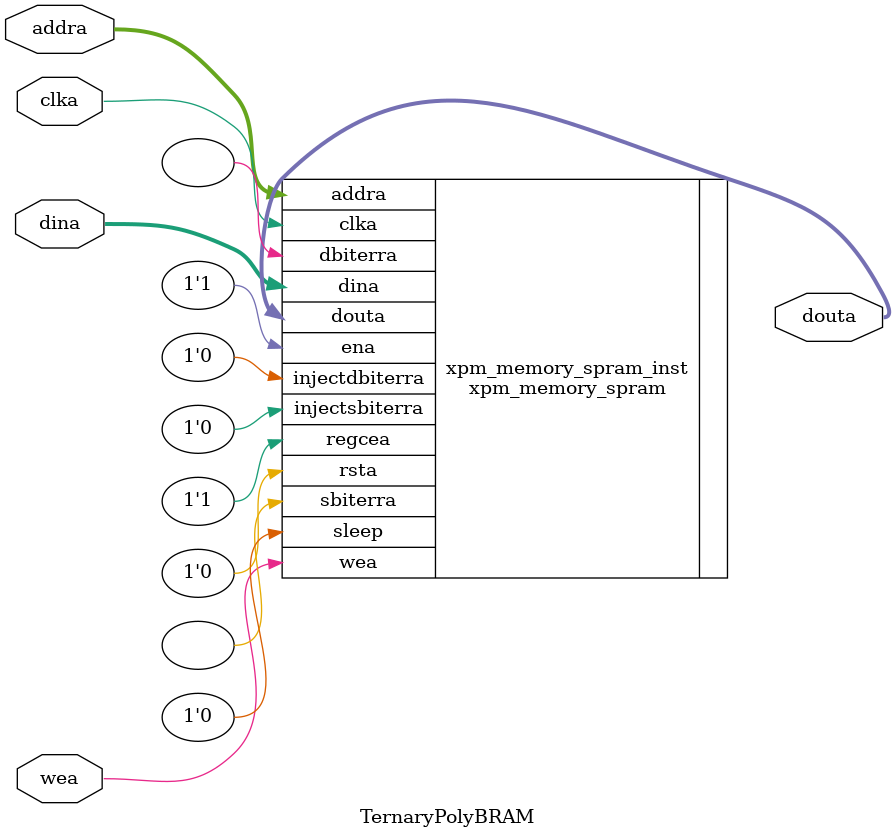
<source format=v>
`timescale 1ns / 1ps

module TernaryPolyBRAM #(
    parameter LOGN = 13,
    parameter WORD_SIZE = 2
  )
  (
    input  clka,
    input  wea,
    input  [LOGN-1:0]      addra,
    input  [WORD_SIZE-1:0] dina,
    output [WORD_SIZE-1:0] douta
  );

  // XPM_MEMORY instantiation template for Single Port RAM configurations
// Refer to the targeted device family architecture libraries guide for XPM_MEMORY documentation
// =======================================================================================================================

// Parameter usage table, organized as follows:
// +---------------------------------------------------------------------------------------------------------------------+
// | Parameter name       | Data type          | Restrictions, if applicable                                             |
// |---------------------------------------------------------------------------------------------------------------------|
// | Description                                                                                                         |
// +---------------------------------------------------------------------------------------------------------------------+
// +---------------------------------------------------------------------------------------------------------------------+
// | ADDR_WIDTH_A         | Integer            | Range: 1 - 20. Default value = 6.                                       |
// |---------------------------------------------------------------------------------------------------------------------|
// | Specify the width of the port A address port addra, in bits.                                                        |
// | Must be large enough to access the entire memory from port A, i.e. = $clog2(MEMORY_SIZE/[WRITE|READ]_DATA_WIDTH_A). |
// +---------------------------------------------------------------------------------------------------------------------+
// | AUTO_SLEEP_TIME      | Integer            | Range: 0 - 15. Default value = 0.                                       |
// |---------------------------------------------------------------------------------------------------------------------|
// | Specify the number of clka cycles to auto-sleep, if feature is available in architecture.                           |
// |                                                                                                                     |
// | 0 - Disable auto-sleep feature                                                                                      |
// | 3-15 - Number of auto-sleep latency cycles                                                                          |
// |                                                                                                                     |
// | Do not change from the value provided in the template instantiation.                                                |
// +---------------------------------------------------------------------------------------------------------------------+
// | BYTE_WRITE_WIDTH_A   | Integer            | Range: 1 - 4608. Default value = 32.                                    |
// |---------------------------------------------------------------------------------------------------------------------|
// | To enable byte-wide writes on port A, specify the byte width, in bits.                                              |
// |                                                                                                                     |
// | 8- 8-bit byte-wide writes, legal when WRITE_DATA_WIDTH_A is an integer multiple of 8                                |
// | 9- 9-bit byte-wide writes, legal when WRITE_DATA_WIDTH_A is an integer multiple of 9                                |
// |                                                                                                                     |
// | Or to enable word-wide writes on port A, specify the same value as for WRITE_DATA_WIDTH_A.                          |
// +---------------------------------------------------------------------------------------------------------------------+
// | CASCADE_HEIGHT       | Integer            | Range: 0 - 64. Default value = 0.                                       |
// |---------------------------------------------------------------------------------------------------------------------|
// | 0- No Cascade Height, Allow Vivado Synthesis to choose.                                                             |
// | 1 or more - Vivado Synthesis sets the specified value as Cascade Height.                                            |
// +---------------------------------------------------------------------------------------------------------------------+
// | ECC_MODE             | String             | Allowed values: no_ecc, both_encode_and_decode, decode_only, encode_only. Default value = no_ecc.|
// |---------------------------------------------------------------------------------------------------------------------|
// |                                                                                                                     |
// |   "no_ecc" - Disables ECC                                                                                           |
// |   "encode_only" - Enables ECC Encoder only                                                                          |
// |   "decode_only" - Enables ECC Decoder only                                                                          |
// |   "both_encode_and_decode" - Enables both ECC Encoder and Decoder                                                   |
// +---------------------------------------------------------------------------------------------------------------------+
// | MEMORY_INIT_FILE     | String             | Default value = none.                                                   |
// |---------------------------------------------------------------------------------------------------------------------|
// | Specify "none" (including quotes) for no memory initialization, or specify the name of a memory initialization file-|
// | Enter only the name of the file with .mem extension, including quotes but without path (e.g. "my_file.mem").        |
// | File format must be ASCII and consist of only hexadecimal values organized into the specified depth by              |
// | narrowest data width generic value of the memory. See the Memory File (MEM) section for more                        |
// | information on the syntax. Initialization of memory happens through the file name specified only when parameter     |
// | MEMORY_INIT_PARAM value is equal to "".                                                                             |
// | When using XPM_MEMORY in a project, add the specified file to the Vivado project as a design source.                |
// +---------------------------------------------------------------------------------------------------------------------+
// | MEMORY_INIT_PARAM    | String             | Default value = 0.                                                      |
// |---------------------------------------------------------------------------------------------------------------------|
// | Specify "" or "0" (including quotes) for no memory initialization through parameter, or specify the string          |
// | containing the hex characters. Enter only hex characters with each location separated by delimiter (,).             |
// | Parameter format must be ASCII and consist of only hexadecimal values organized into the specified depth by         |
// | narrowest data width generic value of the memory.For example, if the narrowest data width is 8, and the depth of    |
// | memory is 8 locations, then the parameter value should be passed as shown below.                                    |
// | parameter MEMORY_INIT_PARAM = "AB,CD,EF,1,2,34,56,78"                                                               |
// | Where "AB" is the 0th location and "78" is the 7th location.                                                        |
// +---------------------------------------------------------------------------------------------------------------------+
// | MEMORY_OPTIMIZATION  | String             | Allowed values: true, false. Default value = true.                      |
// |---------------------------------------------------------------------------------------------------------------------|
// | Specify "true" to enable the optimization of unused memory or bits in the memory structure. Specify "false" to      |
// | disable the optimization of unused memory or bits in the memory structure.                                          |
// +---------------------------------------------------------------------------------------------------------------------+
// | MEMORY_PRIMITIVE     | String             | Allowed values: auto, block, distributed, ultra. Default value = auto.  |
// |---------------------------------------------------------------------------------------------------------------------|
// | Designate the memory primitive (resource type) to use.                                                              |
// |                                                                                                                     |
// |   "auto"- Allow Vivado Synthesis to choose                                                                          |
// |   "distributed"- Distributed memory                                                                                 |
// |   "block"- Block memory                                                                                             |
// |   "ultra"- Ultra RAM memory                                                                                         |
// |                                                                                                                     |
// | NOTE: There may be a behavior mismatch if Block RAM or Ultra RAM specific features, like ECC or Asymmetry, are selected with MEMORY_PRIMITIVE set to "auto".|
// +---------------------------------------------------------------------------------------------------------------------+
// | MEMORY_SIZE          | Integer            | Range: 2 - 150994944. Default value = 2048.                             |
// |---------------------------------------------------------------------------------------------------------------------|
// | Specify the total memory array size, in bits.                                                                       |
// | For example, enter 65536 for a 2kx32 RAM.                                                                           |
// |                                                                                                                     |
// |   When ECC is enabled and set to "encode_only", then the memory size has to be multiples of READ_DATA_WIDTH_A       |
// |   When ECC is enabled and set to "decode_only", then the memory size has to be multiples of WRITE_DATA_WIDTH_A      |
// +---------------------------------------------------------------------------------------------------------------------+
// | MESSAGE_CONTROL      | Integer            | Range: 0 - 1. Default value = 0.                                        |
// |---------------------------------------------------------------------------------------------------------------------|
// | Specify 1 to enable the dynamic message reporting such as collision warnings, and 0 to disable the message reporting|
// +---------------------------------------------------------------------------------------------------------------------+
// | READ_DATA_WIDTH_A    | Integer            | Range: 1 - 4608. Default value = 32.                                    |
// |---------------------------------------------------------------------------------------------------------------------|
// | Specify the width of the port A read data output port douta, in bits.                                               |
// | The values of READ_DATA_WIDTH_A and WRITE_DATA_WIDTH_A must be equal.                                               |
// | When ECC is enabled and set to "encode_only", then READ_DATA_WIDTH_A has to be multiples of 72-bits.                |
// | When ECC is enabled and set to "decode_only" or "both_encode_and_decode", then READ_DATA_WIDTH_A has to be          |
// | multiples of 64-bits.                                                                                               |
// +---------------------------------------------------------------------------------------------------------------------+
// | READ_LATENCY_A       | Integer            | Range: 0 - 100. Default value = 2.                                      |
// |---------------------------------------------------------------------------------------------------------------------|
// | Specify the number of register stages in the port A read data pipeline. Read data output to port douta takes this   |
// | number of clka cycles.                                                                                              |
// |                                                                                                                     |
// | To target block memory, a value of 1 or larger is required- 1 causes use of memory latch only; 2 causes use of      |
// | output register.                                                                                                    |
// | To target distributed memory, a value of 0 or larger is required- 0 indicates combinatorial output.                 |
// | Values larger than 2 synthesize additional flip-flops that are not retimed into memory primitives.                  |
// +---------------------------------------------------------------------------------------------------------------------+
// | READ_RESET_VALUE_A   | String             | Default value = 0.                                                      |
// |---------------------------------------------------------------------------------------------------------------------|
// | Specify the reset value of the port A final output register stage in response to rsta input port is assertion.      |
// | Since this parameter is a string, you must specify the hex values inside double quotes. For example,                |
// | If the read data width is 8, then specify READ_RESET_VALUE_A = "EA";                                                |
// | When ECC is enabled, then reset value is not supported.                                                             |
// +---------------------------------------------------------------------------------------------------------------------+
// | RST_MODE_A           | String             | Allowed values: SYNC, ASYNC. Default value = SYNC.                      |
// |---------------------------------------------------------------------------------------------------------------------|
// | Describes the behaviour of the reset                                                                                |
// |                                                                                                                     |
// |   "SYNC" - when reset is applied, synchronously resets output port douta to the value specified by parameter READ_RESET_VALUE_A|
// |   "ASYNC" - when reset is applied, asynchronously resets output port douta to zero                                  |
// +---------------------------------------------------------------------------------------------------------------------+
// | SIM_ASSERT_CHK       | Integer            | Range: 0 - 1. Default value = 0.                                        |
// |---------------------------------------------------------------------------------------------------------------------|
// | 0- Disable simulation message reporting. Messages related to potential misuse will not be reported.                 |
// | 1- Enable simulation message reporting. Messages related to potential misuse will be reported.                      |
// +---------------------------------------------------------------------------------------------------------------------+
// | USE_MEM_INIT         | Integer            | Range: 0 - 1. Default value = 1.                                        |
// |---------------------------------------------------------------------------------------------------------------------|
// | Specify 1 to enable the generation of below message and 0 to disable generation of the following message completely.|
// | "INFO - MEMORY_INIT_FILE and MEMORY_INIT_PARAM together specifies no memory initialization.                         |
// | Initial memory contents will be all 0s."                                                                            |
// | NOTE: This message gets generated only when there is no Memory Initialization specified either through file or      |
// | Parameter.                                                                                                          |
// +---------------------------------------------------------------------------------------------------------------------+
// | WAKEUP_TIME          | String             | Allowed values: disable_sleep, use_sleep_pin. Default value = disable_sleep.|
// |---------------------------------------------------------------------------------------------------------------------|
// | Specify "disable_sleep" to disable dynamic power saving option, and specify "use_sleep_pin" to enable the           |
// | dynamic power saving option                                                                                         |
// +---------------------------------------------------------------------------------------------------------------------+
// | WRITE_DATA_WIDTH_A   | Integer            | Range: 1 - 4608. Default value = 32.                                    |
// |---------------------------------------------------------------------------------------------------------------------|
// | Specify the width of the port A write data input port dina, in bits.                                                |
// | The values of WRITE_DATA_WIDTH_A and READ_DATA_WIDTH_A must be equal.                                               |
// | When ECC is enabled and set to "encode_only" or "both_encode_and_decode", then WRITE_DATA_WIDTH_A must be           |
// | multiples of 64-bits.                                                                                               |
// | When ECC is enabled and set to "decode_only", then WRITE_DATA_WIDTH_A must be multiples of 72-bits.                 |
// +---------------------------------------------------------------------------------------------------------------------+
// | WRITE_MODE_A         | String             | Allowed values: read_first, no_change, write_first. Default value = read_first.|
// |---------------------------------------------------------------------------------------------------------------------|
// | Write mode behavior for port A output data port, douta.                                                             |
// +---------------------------------------------------------------------------------------------------------------------+

// Port usage table, organized as follows:
// +---------------------------------------------------------------------------------------------------------------------+
// | Port name      | Direction | Size, in bits                         | Domain  | Sense       | Handling if unused     |
// |---------------------------------------------------------------------------------------------------------------------|
// | Description                                                                                                         |
// +---------------------------------------------------------------------------------------------------------------------+
// +---------------------------------------------------------------------------------------------------------------------+
// | addra          | Input     | ADDR_WIDTH_A                          | clka    | NA          | Required               |
// |---------------------------------------------------------------------------------------------------------------------|
// | Address for port A write and read operations.                                                                       |
// +---------------------------------------------------------------------------------------------------------------------+
// | clka           | Input     | 1                                     | NA      | Rising edge | Required               |
// |---------------------------------------------------------------------------------------------------------------------|
// | Clock signal for port A.                                                                                            |
// +---------------------------------------------------------------------------------------------------------------------+
// | dbiterra       | Output    | 1                                     | clka    | Active-high | DoNotCare              |
// |---------------------------------------------------------------------------------------------------------------------|
// | Status signal to indicate double bit error occurrence on the data output of port A.                                 |
// +---------------------------------------------------------------------------------------------------------------------+
// | dina           | Input     | WRITE_DATA_WIDTH_A                    | clka    | NA          | Required               |
// |---------------------------------------------------------------------------------------------------------------------|
// | Data input for port A write operations.                                                                             |
// +---------------------------------------------------------------------------------------------------------------------+
// | douta          | Output    | READ_DATA_WIDTH_A                     | clka    | NA          | Required               |
// |---------------------------------------------------------------------------------------------------------------------|
// | Data output for port A read operations.                                                                             |
// +---------------------------------------------------------------------------------------------------------------------+
// | ena            | Input     | 1                                     | clka    | Active-high | Required               |
// |---------------------------------------------------------------------------------------------------------------------|
// | Memory enable signal for port A.                                                                                    |
// | Must be high on clock cycles when read or write operations are initiated. Pipelined internally.                     |
// +---------------------------------------------------------------------------------------------------------------------+
// | injectdbiterra | Input     | 1                                     | clka    | Active-high | Tie to 1'b0            |
// |---------------------------------------------------------------------------------------------------------------------|
// | Controls double bit error injection on input data when ECC enabled (Error injection capability is not available in  |
// | "decode_only" mode).                                                                                                |
// +---------------------------------------------------------------------------------------------------------------------+
// | injectsbiterra | Input     | 1                                     | clka    | Active-high | Tie to 1'b0            |
// |---------------------------------------------------------------------------------------------------------------------|
// | Controls single bit error injection on input data when ECC enabled (Error injection capability is not available in  |
// | "decode_only" mode).                                                                                                |
// +---------------------------------------------------------------------------------------------------------------------+
// | regcea         | Input     | 1                                     | clka    | Active-high | Tie to 1'b1            |
// |---------------------------------------------------------------------------------------------------------------------|
// | Clock Enable for the last register stage on the output data path.                                                   |
// +---------------------------------------------------------------------------------------------------------------------+
// | rsta           | Input     | 1                                     | clka    | Active-high | Required               |
// |---------------------------------------------------------------------------------------------------------------------|
// | Reset signal for the final port A output register stage.                                                            |
// | Synchronously resets output port douta to the value specified by parameter READ_RESET_VALUE_A.                      |
// +---------------------------------------------------------------------------------------------------------------------+
// | sbiterra       | Output    | 1                                     | clka    | Active-high | DoNotCare              |
// |---------------------------------------------------------------------------------------------------------------------|
// | Status signal to indicate single bit error occurrence on the data output of port A.                                 |
// +---------------------------------------------------------------------------------------------------------------------+
// | sleep          | Input     | 1                                     | NA      | Active-high | Tie to 1'b0            |
// |---------------------------------------------------------------------------------------------------------------------|
// | sleep signal to enable the dynamic power saving feature.                                                            |
// +---------------------------------------------------------------------------------------------------------------------+
// | wea            | Input     | WRITE_DATA_WIDTH_A                    | clka    | Active-high | Required               |
// |---------------------------------------------------------------------------------------------------------------------|
// | Write enable vector for port A input data port dina. 1 bit wide when word-wide writes are used.                     |
// | In byte-wide write configurations, each bit controls the writing one byte of dina to address addra.                 |
// | For example, to synchronously write only bits [15-8] of dina when WRITE_DATA_WIDTH_A is 32, wea would be 4'b0010.   |
// +---------------------------------------------------------------------------------------------------------------------+


// xpm_memory_spram : In order to incorporate this function into the design,
//     Verilog      : the following instance declaration needs to be placed
//     instance     : in the body of the design code.  The instance name
//   declaration    : (xpm_memory_spram_inst) and/or the port declarations within the
//       code       : parenthesis may be changed to properly reference and
//                  : connect this function to the design.  All inputs
//                  : and outputs must be connected.

//  Please reference the appropriate libraries guide for additional information on the XPM modules.

//  <-----Cut code below this line---->

   // xpm_memory_spram: Single Port RAM
   // Xilinx Parameterized Macro, version 2019.1

   xpm_memory_spram #(
      .ADDR_WIDTH_A(LOGN),              // DECIMAL
      .AUTO_SLEEP_TIME(0),           // DECIMAL
      .BYTE_WRITE_WIDTH_A(WORD_SIZE),       // DECIMAL
      .CASCADE_HEIGHT(0),            // DECIMAL
      .ECC_MODE("no_ecc"),           // String
      .MEMORY_INIT_FILE("none"),     // String
      .MEMORY_INIT_PARAM(""),       // String
      .MEMORY_OPTIMIZATION("true"),  // String
      .MEMORY_PRIMITIVE("block"),     // String
      .MEMORY_SIZE((1<<LOGN)*WORD_SIZE),            // DECIMAL
      .MESSAGE_CONTROL(0),           // DECIMAL
      .READ_DATA_WIDTH_A(WORD_SIZE),        // DECIMAL
      .READ_LATENCY_A(2),            // DECIMAL
      .READ_RESET_VALUE_A("0"),      // String
      .RST_MODE_A("SYNC"),           // String
      .SIM_ASSERT_CHK(0),            // DECIMAL; 0=disable simulation messages, 1=enable simulation messages
      .USE_MEM_INIT(0),              // DECIMAL
      .WAKEUP_TIME("disable_sleep"), // String
      .WRITE_DATA_WIDTH_A(WORD_SIZE),       // DECIMAL
      .WRITE_MODE_A("write_first")    // String
   )
   xpm_memory_spram_inst (
      .dbiterra(),             // 1-bit output: Status signal to indicate double bit error occurrence
                                       // on the data output of port A.

      .douta(douta),                   // READ_DATA_WIDTH_A-bit output: Data output for port A read operations.
      .sbiterra(),             // 1-bit output: Status signal to indicate single bit error occurrence
                                       // on the data output of port A.

      .addra(addra),                   // ADDR_WIDTH_A-bit input: Address for port A write and read operations.
      .clka(clka),                     // 1-bit input: Clock signal for port A.
      .dina(dina),                     // WRITE_DATA_WIDTH_A-bit input: Data input for port A write operations.
      .ena(1'd1),                       // 1-bit input: Memory enable signal for port A. Must be high on clock
                                       // cycles when read or write operations are initiated. Pipelined
                                       // internally.

      .injectdbiterra(1'd0), // 1-bit input: Controls double bit error injection on input data when
                                       // ECC enabled (Error injection capability is not available in
                                       // "decode_only" mode).

      .injectsbiterra(1'd0), // 1-bit input: Controls single bit error injection on input data when
                                       // ECC enabled (Error injection capability is not available in
                                       // "decode_only" mode).

      .regcea(1'd1),                 // 1-bit input: Clock Enable for the last register stage on the output
                                       // data path.

      .rsta(1'd0),                     // 1-bit input: Reset signal for the final port A output register stage.
                                       // Synchronously resets output port douta to the value specified by
                                       // parameter READ_RESET_VALUE_A.

      .sleep(1'd0),                   // 1-bit input: sleep signal to enable the dynamic power saving feature.
      .wea(wea)                        // WRITE_DATA_WIDTH_A-bit input: Write enable vector for port A input
                                       // data port dina. 1 bit wide when word-wide writes are used. In
                                       // byte-wide write configurations, each bit controls the writing one
                                       // byte of dina to address addra. For example, to synchronously write
                                       // only bits [15-8] of dina when WRITE_DATA_WIDTH_A is 32, wea would be
                                       // 4'b0010.

   );

   // End of xpm_memory_spram_inst instantiation
endmodule				
</source>
